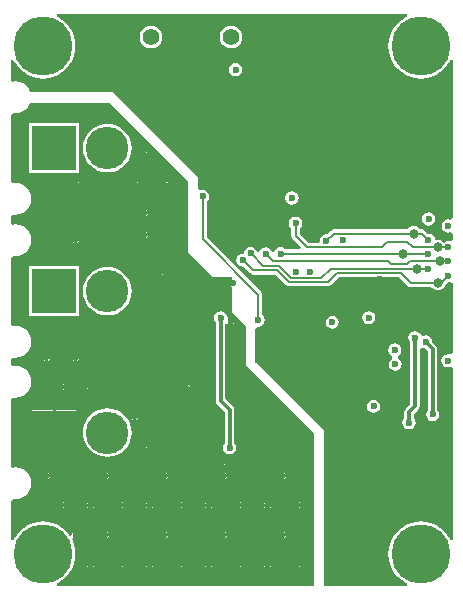
<source format=gbl>
G04 Layer_Physical_Order=4*
G04 Layer_Color=16711680*
%FSLAX24Y24*%
%MOIN*%
G70*
G01*
G75*
%ADD22C,0.0315*%
%ADD23C,0.0118*%
%ADD24C,0.0079*%
%ADD29C,0.1417*%
%ADD30R,0.1482X0.1482*%
%ADD31C,0.0551*%
%ADD32C,0.1968*%
%ADD33C,0.0236*%
G36*
X13321Y19092D02*
X13286Y19078D01*
X13141Y18989D01*
X13012Y18878D01*
X12901Y18749D01*
X12812Y18603D01*
X12747Y18446D01*
X12707Y18280D01*
X12694Y18110D01*
X12707Y17940D01*
X12747Y17775D01*
X12812Y17617D01*
X12901Y17472D01*
X13012Y17342D01*
X13141Y17232D01*
X13286Y17143D01*
X13444Y17077D01*
X13610Y17038D01*
X13780Y17024D01*
X13949Y17038D01*
X14115Y17077D01*
X14273Y17143D01*
X14418Y17232D01*
X14547Y17342D01*
X14658Y17472D01*
X14747Y17617D01*
X14761Y17652D01*
X14840Y17636D01*
Y12365D01*
X14761Y12319D01*
X14701Y12331D01*
X14617Y12314D01*
X14545Y12266D01*
X14497Y12194D01*
X14480Y12110D01*
X14497Y12025D01*
X14545Y11954D01*
X14617Y11906D01*
X14701Y11889D01*
X14761Y11901D01*
X14840Y11855D01*
Y11656D01*
X14761Y11610D01*
X14701Y11622D01*
X14617Y11605D01*
X14547Y11559D01*
X14528Y11584D01*
X14475Y11625D01*
X14412Y11651D01*
X14346Y11659D01*
X14279Y11651D01*
X14247Y11668D01*
X14236Y11722D01*
X14188Y11794D01*
X14116Y11841D01*
X14032Y11858D01*
X14013Y11855D01*
X13915Y11953D01*
X13869Y11984D01*
X13815Y11994D01*
X13758D01*
X13726Y12036D01*
X13672Y12077D01*
X13610Y12103D01*
X13543Y12112D01*
X13477Y12103D01*
X13414Y12077D01*
X13361Y12036D01*
X13329Y11994D01*
X10870D01*
X10816Y11984D01*
X10770Y11953D01*
X10648Y11831D01*
X10630Y11835D01*
X10545Y11818D01*
X10474Y11770D01*
X10426Y11699D01*
X10409Y11614D01*
X10412Y11599D01*
X10362Y11538D01*
X10039D01*
X9744Y11833D01*
Y12038D01*
X9759Y12049D01*
X9807Y12120D01*
X9824Y12205D01*
X9807Y12289D01*
X9759Y12361D01*
X9688Y12409D01*
X9603Y12426D01*
X9519Y12409D01*
X9447Y12361D01*
X9399Y12289D01*
X9383Y12205D01*
X9399Y12120D01*
X9447Y12049D01*
X9463Y12038D01*
Y11775D01*
X9474Y11721D01*
X9504Y11675D01*
X9776Y11403D01*
X9746Y11330D01*
X9270D01*
X9259Y11346D01*
X9188Y11394D01*
X9103Y11411D01*
X9019Y11394D01*
X8947Y11346D01*
X8899Y11274D01*
X8893Y11243D01*
X8813D01*
X8807Y11270D01*
X8759Y11342D01*
X8688Y11390D01*
X8603Y11406D01*
X8519Y11390D01*
X8447Y11342D01*
X8399Y11270D01*
X8395Y11246D01*
X8314D01*
X8307Y11281D01*
X8259Y11353D01*
X8188Y11401D01*
X8103Y11418D01*
X8019Y11401D01*
X7947Y11353D01*
X7899Y11281D01*
X7883Y11197D01*
X7859Y11193D01*
X7853Y11194D01*
X7769Y11177D01*
X7697Y11130D01*
X7649Y11058D01*
X7633Y10973D01*
X7649Y10889D01*
X7697Y10817D01*
X7769Y10769D01*
X7853Y10753D01*
X7872Y10756D01*
X8098Y10531D01*
X8143Y10500D01*
X8197Y10489D01*
X8941D01*
X9294Y10137D01*
X9339Y10106D01*
X9393Y10096D01*
X10669D01*
X10723Y10106D01*
X10769Y10137D01*
X11046Y10414D01*
X13048D01*
X13342Y10121D01*
X13388Y10090D01*
X13441Y10080D01*
X14131D01*
X14163Y10038D01*
X14217Y9997D01*
X14279Y9971D01*
X14346Y9962D01*
X14412Y9971D01*
X14475Y9997D01*
X14528Y10038D01*
X14569Y10091D01*
X14594Y10150D01*
X14683Y10239D01*
X14701Y10236D01*
X14761Y10248D01*
X14840Y10201D01*
Y7862D01*
X14784Y7832D01*
X14761Y7827D01*
X14685Y7842D01*
X14601Y7826D01*
X14529Y7778D01*
X14481Y7706D01*
X14464Y7622D01*
X14481Y7537D01*
X14529Y7466D01*
X14601Y7418D01*
X14685Y7401D01*
X14761Y7416D01*
X14784Y7412D01*
X14840Y7381D01*
Y1655D01*
X14761Y1640D01*
X14747Y1674D01*
X14658Y1819D01*
X14547Y1949D01*
X14418Y2060D01*
X14273Y2149D01*
X14115Y2214D01*
X13949Y2254D01*
X13780Y2267D01*
X13610Y2254D01*
X13444Y2214D01*
X13286Y2149D01*
X13141Y2060D01*
X13012Y1949D01*
X12901Y1819D01*
X12812Y1674D01*
X12747Y1517D01*
X12707Y1351D01*
X12694Y1181D01*
X12707Y1011D01*
X12747Y846D01*
X12812Y688D01*
X12901Y543D01*
X13012Y413D01*
X13141Y302D01*
X13286Y213D01*
X13321Y199D01*
X13305Y120D01*
X10551D01*
Y5315D01*
X8307Y7559D01*
X8268D01*
Y8692D01*
X8346Y8757D01*
X8353Y8756D01*
X8438Y8772D01*
X8509Y8820D01*
X8557Y8892D01*
X8574Y8976D01*
X8557Y9061D01*
X8509Y9132D01*
X8494Y9143D01*
Y9821D01*
X8483Y9875D01*
X8453Y9920D01*
X6643Y11729D01*
Y12937D01*
X6659Y12947D01*
X6707Y13019D01*
X6724Y13103D01*
X6707Y13188D01*
X6659Y13259D01*
X6587Y13307D01*
X6503Y13324D01*
X6418Y13307D01*
X6417Y13307D01*
X6339Y13349D01*
Y13740D01*
X3504Y16575D01*
X760D01*
X721Y16667D01*
X636Y16778D01*
X525Y16863D01*
X396Y16917D01*
X257Y16935D01*
X180Y16925D01*
X120Y16977D01*
Y17636D01*
X199Y17652D01*
X213Y17617D01*
X302Y17472D01*
X413Y17342D01*
X543Y17232D01*
X688Y17143D01*
X846Y17077D01*
X1011Y17038D01*
X1181Y17024D01*
X1351Y17038D01*
X1517Y17077D01*
X1674Y17143D01*
X1819Y17232D01*
X1949Y17342D01*
X2060Y17472D01*
X2149Y17617D01*
X2214Y17775D01*
X2254Y17940D01*
X2267Y18110D01*
X2254Y18280D01*
X2214Y18446D01*
X2149Y18603D01*
X2060Y18749D01*
X1949Y18878D01*
X1819Y18989D01*
X1674Y19078D01*
X1640Y19092D01*
X1655Y19171D01*
X13305D01*
X13321Y19092D01*
D02*
G37*
G36*
X6024Y13622D02*
Y11220D01*
X6850Y10394D01*
X7480D01*
Y10309D01*
X7474Y10308D01*
X7435Y10282D01*
X7411Y10247D01*
X7520D01*
Y10147D01*
X7411D01*
X7435Y10112D01*
X7474Y10086D01*
X7480Y10084D01*
Y9252D01*
X7953Y8779D01*
Y7480D01*
X10235Y5198D01*
Y120D01*
X1655D01*
X1640Y199D01*
X1674Y213D01*
X1819Y302D01*
X1949Y413D01*
X2060Y543D01*
X2149Y688D01*
X2214Y846D01*
X2254Y1011D01*
X2267Y1181D01*
X2254Y1351D01*
X2214Y1517D01*
X2149Y1674D01*
X2208Y1729D01*
X2227Y1716D01*
Y1824D01*
Y1933D01*
X2192Y1910D01*
X2166Y1870D01*
X2157Y1824D01*
X2160Y1806D01*
X2086Y1777D01*
X2060Y1819D01*
X1949Y1949D01*
X1819Y2060D01*
X1674Y2149D01*
X1517Y2214D01*
X1351Y2254D01*
X1181Y2267D01*
X1011Y2254D01*
X846Y2214D01*
X688Y2149D01*
X543Y2060D01*
X413Y1949D01*
X302Y1819D01*
X213Y1674D01*
X199Y1640D01*
X120Y1655D01*
Y2956D01*
X180Y3008D01*
X257Y2997D01*
X396Y3016D01*
X525Y3069D01*
X636Y3154D01*
X721Y3265D01*
X775Y3395D01*
X793Y3534D01*
X775Y3672D01*
X721Y3802D01*
X636Y3913D01*
X525Y3998D01*
X396Y4051D01*
X257Y4070D01*
X180Y4059D01*
X120Y4111D01*
Y6342D01*
X180Y6393D01*
X257Y6383D01*
X396Y6402D01*
X525Y6455D01*
X636Y6540D01*
X721Y6651D01*
X775Y6781D01*
X793Y6919D01*
X775Y7058D01*
X721Y7187D01*
X636Y7298D01*
X525Y7384D01*
X396Y7437D01*
X257Y7455D01*
X180Y7445D01*
X120Y7497D01*
Y7671D01*
X180Y7723D01*
X257Y7712D01*
X396Y7731D01*
X525Y7784D01*
X636Y7869D01*
X721Y7980D01*
X775Y8110D01*
X793Y8249D01*
X775Y8387D01*
X721Y8517D01*
X636Y8628D01*
X525Y8713D01*
X396Y8766D01*
X257Y8785D01*
X180Y8774D01*
X120Y8826D01*
Y11057D01*
X180Y11108D01*
X257Y11098D01*
X396Y11117D01*
X525Y11170D01*
X636Y11255D01*
X721Y11366D01*
X775Y11496D01*
X793Y11634D01*
X775Y11773D01*
X721Y11902D01*
X636Y12013D01*
X525Y12099D01*
X396Y12152D01*
X257Y12170D01*
X180Y12160D01*
X120Y12212D01*
Y12436D01*
X180Y12487D01*
X257Y12477D01*
X396Y12496D01*
X525Y12549D01*
X636Y12634D01*
X721Y12745D01*
X775Y12875D01*
X793Y13013D01*
X775Y13152D01*
X721Y13281D01*
X636Y13392D01*
X525Y13478D01*
X396Y13531D01*
X257Y13549D01*
X180Y13539D01*
X120Y13591D01*
Y15821D01*
X180Y15873D01*
X257Y15863D01*
X396Y15881D01*
X525Y15935D01*
X636Y16020D01*
X721Y16131D01*
X758Y16220D01*
X3425D01*
X6024Y13622D01*
D02*
G37*
%LPC*%
G36*
X12047Y9276D02*
X11963Y9259D01*
X11891Y9211D01*
X11843Y9140D01*
X11826Y9055D01*
X11843Y8971D01*
X11891Y8899D01*
X11963Y8851D01*
X12047Y8834D01*
X12132Y8851D01*
X12203Y8899D01*
X12251Y8971D01*
X12268Y9055D01*
X12251Y9140D01*
X12203Y9211D01*
X12132Y9259D01*
X12047Y9276D01*
D02*
G37*
G36*
X10827Y9118D02*
X10742Y9102D01*
X10671Y9054D01*
X10623Y8982D01*
X10606Y8898D01*
X10623Y8813D01*
X10671Y8742D01*
X10742Y8694D01*
X10827Y8677D01*
X10911Y8694D01*
X10983Y8742D01*
X11031Y8813D01*
X11048Y8898D01*
X11031Y8982D01*
X10983Y9054D01*
X10911Y9102D01*
X10827Y9118D01*
D02*
G37*
G36*
X14039Y12567D02*
X13954Y12550D01*
X13883Y12502D01*
X13835Y12431D01*
X13818Y12346D01*
X13835Y12262D01*
X13883Y12190D01*
X13954Y12142D01*
X14039Y12125D01*
X14123Y12142D01*
X14195Y12190D01*
X14243Y12262D01*
X14260Y12346D01*
X14243Y12431D01*
X14195Y12502D01*
X14123Y12550D01*
X14039Y12567D01*
D02*
G37*
G36*
X7603Y17544D02*
X7519Y17527D01*
X7447Y17479D01*
X7399Y17407D01*
X7383Y17323D01*
X7399Y17238D01*
X7447Y17167D01*
X7519Y17119D01*
X7603Y17102D01*
X7688Y17119D01*
X7759Y17167D01*
X7807Y17238D01*
X7824Y17323D01*
X7807Y17407D01*
X7759Y17479D01*
X7688Y17527D01*
X7603Y17544D01*
D02*
G37*
G36*
X4780Y18783D02*
X4683Y18770D01*
X4592Y18732D01*
X4514Y18672D01*
X4454Y18594D01*
X4416Y18503D01*
X4403Y18406D01*
X4416Y18308D01*
X4454Y18217D01*
X4514Y18139D01*
X4592Y18079D01*
X4683Y18041D01*
X4780Y18028D01*
X4878Y18041D01*
X4969Y18079D01*
X5047Y18139D01*
X5107Y18217D01*
X5145Y18308D01*
X5158Y18406D01*
X5145Y18503D01*
X5107Y18594D01*
X5047Y18672D01*
X4969Y18732D01*
X4878Y18770D01*
X4780Y18783D01*
D02*
G37*
G36*
X7457D02*
X7360Y18770D01*
X7269Y18732D01*
X7191Y18672D01*
X7131Y18594D01*
X7093Y18503D01*
X7080Y18406D01*
X7093Y18308D01*
X7131Y18217D01*
X7191Y18139D01*
X7269Y18079D01*
X7360Y18041D01*
X7457Y18028D01*
X7555Y18041D01*
X7646Y18079D01*
X7724Y18139D01*
X7784Y18217D01*
X7822Y18308D01*
X7835Y18406D01*
X7822Y18503D01*
X7784Y18594D01*
X7724Y18672D01*
X7646Y18732D01*
X7555Y18770D01*
X7457Y18783D01*
D02*
G37*
G36*
X9483Y13263D02*
X9399Y13246D01*
X9327Y13198D01*
X9279Y13127D01*
X9262Y13042D01*
X9279Y12958D01*
X9327Y12886D01*
X9399Y12838D01*
X9483Y12821D01*
X9568Y12838D01*
X9639Y12886D01*
X9687Y12958D01*
X9704Y13042D01*
X9687Y13127D01*
X9639Y13198D01*
X9568Y13246D01*
X9483Y13263D01*
D02*
G37*
G36*
X12913Y8197D02*
X12829Y8180D01*
X12757Y8132D01*
X12709Y8060D01*
X12693Y7976D01*
X12709Y7891D01*
X12757Y7820D01*
X12820Y7778D01*
X12822Y7772D01*
X12826Y7734D01*
X12823Y7693D01*
X12773Y7660D01*
X12726Y7588D01*
X12709Y7504D01*
X12726Y7419D01*
X12773Y7347D01*
X12845Y7300D01*
X12930Y7283D01*
X13014Y7300D01*
X13086Y7347D01*
X13133Y7419D01*
X13150Y7504D01*
X13133Y7588D01*
X13086Y7660D01*
X13023Y7701D01*
X13021Y7708D01*
X13017Y7745D01*
X13020Y7787D01*
X13069Y7820D01*
X13117Y7891D01*
X13134Y7976D01*
X13117Y8060D01*
X13069Y8132D01*
X12998Y8180D01*
X12913Y8197D01*
D02*
G37*
G36*
X13583Y8607D02*
X13498Y8590D01*
X13427Y8542D01*
X13379Y8470D01*
X13362Y8386D01*
X13379Y8301D01*
X13422Y8236D01*
Y6169D01*
X13272Y6019D01*
X13237Y5967D01*
X13225Y5906D01*
X13225Y5906D01*
Y5701D01*
X13182Y5636D01*
X13165Y5551D01*
X13182Y5467D01*
X13230Y5395D01*
X13301Y5347D01*
X13386Y5330D01*
X13470Y5347D01*
X13542Y5395D01*
X13590Y5467D01*
X13607Y5551D01*
X13590Y5636D01*
X13546Y5701D01*
Y5839D01*
X13696Y5989D01*
X13731Y6041D01*
X13743Y6102D01*
X13743Y6102D01*
Y8023D01*
X13822Y8065D01*
X13853Y8045D01*
X13929Y8029D01*
X14013Y7946D01*
Y5976D01*
X13969Y5911D01*
X13952Y5827D01*
X13969Y5742D01*
X14017Y5671D01*
X14089Y5623D01*
X14173Y5606D01*
X14258Y5623D01*
X14329Y5671D01*
X14377Y5742D01*
X14394Y5827D01*
X14377Y5911D01*
X14334Y5976D01*
Y8012D01*
X14334Y8012D01*
X14322Y8074D01*
X14287Y8126D01*
X14156Y8256D01*
X14141Y8333D01*
X14093Y8405D01*
X14022Y8453D01*
X13937Y8469D01*
X13870Y8456D01*
X13787Y8470D01*
X13739Y8542D01*
X13667Y8590D01*
X13583Y8607D01*
D02*
G37*
G36*
X12205Y6323D02*
X12120Y6306D01*
X12049Y6258D01*
X12001Y6187D01*
X11984Y6102D01*
X12001Y6018D01*
X12049Y5946D01*
X12120Y5898D01*
X12205Y5882D01*
X12289Y5898D01*
X12361Y5946D01*
X12409Y6018D01*
X12426Y6102D01*
X12409Y6187D01*
X12361Y6258D01*
X12289Y6306D01*
X12205Y6323D01*
D02*
G37*
G36*
X4846Y2759D02*
X4788D01*
Y2700D01*
X4823Y2723D01*
X4846Y2759D01*
D02*
G37*
G36*
X5672D02*
X5613D01*
X5637Y2723D01*
X5672Y2700D01*
Y2759D01*
D02*
G37*
G36*
X5831D02*
X5772D01*
Y2700D01*
X5807Y2723D01*
X5831Y2759D01*
D02*
G37*
G36*
X4688D02*
X4629D01*
X4653Y2723D01*
X4688Y2700D01*
Y2759D01*
D02*
G37*
G36*
X3862D02*
X3804D01*
Y2700D01*
X3839Y2723D01*
X3862Y2759D01*
D02*
G37*
G36*
X3704D02*
X3645D01*
X3668Y2723D01*
X3704Y2700D01*
Y2759D01*
D02*
G37*
G36*
X6656D02*
X6598D01*
X6621Y2723D01*
X6656Y2700D01*
Y2759D01*
D02*
G37*
G36*
X8625D02*
X8566D01*
X8590Y2723D01*
X8625Y2700D01*
Y2759D01*
D02*
G37*
G36*
X8783D02*
X8725D01*
Y2700D01*
X8760Y2723D01*
X8783Y2759D01*
D02*
G37*
G36*
X9609D02*
X9550D01*
X9574Y2723D01*
X9609Y2700D01*
Y2759D01*
D02*
G37*
G36*
X6815D02*
X6756D01*
Y2700D01*
X6791Y2723D01*
X6815Y2759D01*
D02*
G37*
G36*
X7641D02*
X7582D01*
X7605Y2723D01*
X7641Y2700D01*
Y2759D01*
D02*
G37*
G36*
X7799D02*
X7741D01*
Y2700D01*
X7776Y2723D01*
X7799Y2759D01*
D02*
G37*
G36*
X7148Y1933D02*
X7113Y1910D01*
X7090Y1874D01*
X7148D01*
Y1933D01*
D02*
G37*
G36*
X7248D02*
Y1874D01*
X7307D01*
X7284Y1910D01*
X7248Y1933D01*
D02*
G37*
G36*
X8133D02*
X8098Y1910D01*
X8074Y1874D01*
X8133D01*
Y1933D01*
D02*
G37*
G36*
X5280D02*
Y1874D01*
X5339D01*
X5315Y1910D01*
X5280Y1933D01*
D02*
G37*
G36*
X6164D02*
X6129Y1910D01*
X6106Y1874D01*
X6164D01*
Y1933D01*
D02*
G37*
G36*
X6264D02*
Y1874D01*
X6323D01*
X6299Y1910D01*
X6264Y1933D01*
D02*
G37*
G36*
X8233D02*
Y1874D01*
X8291D01*
X8268Y1910D01*
X8233Y1933D01*
D02*
G37*
G36*
X1894Y2759D02*
X1835D01*
Y2700D01*
X1870Y2723D01*
X1894Y2759D01*
D02*
G37*
G36*
X2719D02*
X2661D01*
X2684Y2723D01*
X2719Y2700D01*
Y2759D01*
D02*
G37*
G36*
X2878D02*
X2819D01*
Y2700D01*
X2854Y2723D01*
X2878Y2759D01*
D02*
G37*
G36*
X9117Y1933D02*
X9082Y1910D01*
X9058Y1874D01*
X9117D01*
Y1933D01*
D02*
G37*
G36*
X9217D02*
Y1874D01*
X9276D01*
X9252Y1910D01*
X9217Y1933D01*
D02*
G37*
G36*
X1735Y2759D02*
X1676D01*
X1700Y2723D01*
X1735Y2700D01*
Y2759D01*
D02*
G37*
G36*
X9768D02*
X9709D01*
Y2700D01*
X9744Y2723D01*
X9768Y2759D01*
D02*
G37*
G36*
X9609Y2917D02*
X9574Y2894D01*
X9550Y2859D01*
X9609D01*
Y2917D01*
D02*
G37*
G36*
X9709D02*
Y2859D01*
X9768D01*
X9744Y2894D01*
X9709Y2917D01*
D02*
G37*
G36*
X1243Y3743D02*
X1184D01*
X1208Y3708D01*
X1243Y3684D01*
Y3743D01*
D02*
G37*
G36*
X7741Y2917D02*
Y2859D01*
X7799D01*
X7776Y2894D01*
X7741Y2917D01*
D02*
G37*
G36*
X8625D02*
X8590Y2894D01*
X8566Y2859D01*
X8625D01*
Y2917D01*
D02*
G37*
G36*
X8725D02*
Y2859D01*
X8783D01*
X8760Y2894D01*
X8725Y2917D01*
D02*
G37*
G36*
X1402Y3743D02*
X1343D01*
Y3684D01*
X1378Y3708D01*
X1402Y3743D01*
D02*
G37*
G36*
X3370D02*
X3311D01*
Y3684D01*
X3347Y3708D01*
X3370Y3743D01*
D02*
G37*
G36*
X4196D02*
X4137D01*
X4161Y3708D01*
X4196Y3684D01*
Y3743D01*
D02*
G37*
G36*
X4354D02*
X4296D01*
Y3684D01*
X4331Y3708D01*
X4354Y3743D01*
D02*
G37*
G36*
X2227D02*
X2169D01*
X2192Y3708D01*
X2227Y3684D01*
Y3743D01*
D02*
G37*
G36*
X2386D02*
X2327D01*
Y3684D01*
X2362Y3708D01*
X2386Y3743D01*
D02*
G37*
G36*
X3211D02*
X3153D01*
X3176Y3708D01*
X3211Y3684D01*
Y3743D01*
D02*
G37*
G36*
X2819Y2917D02*
Y2859D01*
X2878D01*
X2854Y2894D01*
X2819Y2917D01*
D02*
G37*
G36*
X3704D02*
X3668Y2894D01*
X3645Y2859D01*
X3704D01*
Y2917D01*
D02*
G37*
G36*
X3804D02*
Y2859D01*
X3862D01*
X3839Y2894D01*
X3804Y2917D01*
D02*
G37*
G36*
X1735D02*
X1700Y2894D01*
X1676Y2859D01*
X1735D01*
Y2917D01*
D02*
G37*
G36*
X1835D02*
Y2859D01*
X1894D01*
X1870Y2894D01*
X1835Y2917D01*
D02*
G37*
G36*
X2719D02*
X2684Y2894D01*
X2661Y2859D01*
X2719D01*
Y2917D01*
D02*
G37*
G36*
X4688D02*
X4653Y2894D01*
X4629Y2859D01*
X4688D01*
Y2917D01*
D02*
G37*
G36*
X6656D02*
X6621Y2894D01*
X6598Y2859D01*
X6656D01*
Y2917D01*
D02*
G37*
G36*
X6756D02*
Y2859D01*
X6815D01*
X6791Y2894D01*
X6756Y2917D01*
D02*
G37*
G36*
X7641D02*
X7605Y2894D01*
X7582Y2859D01*
X7641D01*
Y2917D01*
D02*
G37*
G36*
X4788D02*
Y2859D01*
X4846D01*
X4823Y2894D01*
X4788Y2917D01*
D02*
G37*
G36*
X5672D02*
X5637Y2894D01*
X5613Y2859D01*
X5672D01*
Y2917D01*
D02*
G37*
G36*
X5772D02*
Y2859D01*
X5831D01*
X5807Y2894D01*
X5772Y2917D01*
D02*
G37*
G36*
X2719Y949D02*
X2684Y925D01*
X2661Y890D01*
X2719D01*
Y949D01*
D02*
G37*
G36*
X2819D02*
Y890D01*
X2878D01*
X2854Y925D01*
X2819Y949D01*
D02*
G37*
G36*
X3704D02*
X3668Y925D01*
X3645Y890D01*
X3704D01*
Y949D01*
D02*
G37*
G36*
X8783Y790D02*
X8725D01*
Y731D01*
X8760Y755D01*
X8783Y790D01*
D02*
G37*
G36*
X9609D02*
X9550D01*
X9574Y755D01*
X9609Y731D01*
Y790D01*
D02*
G37*
G36*
X9768D02*
X9709D01*
Y731D01*
X9744Y755D01*
X9768Y790D01*
D02*
G37*
G36*
X3804Y949D02*
Y890D01*
X3862D01*
X3839Y925D01*
X3804Y949D01*
D02*
G37*
G36*
X5772D02*
Y890D01*
X5831D01*
X5807Y925D01*
X5772Y949D01*
D02*
G37*
G36*
X6656D02*
X6621Y925D01*
X6598Y890D01*
X6656D01*
Y949D01*
D02*
G37*
G36*
X6756D02*
Y890D01*
X6815D01*
X6791Y925D01*
X6756Y949D01*
D02*
G37*
G36*
X4688D02*
X4653Y925D01*
X4629Y890D01*
X4688D01*
Y949D01*
D02*
G37*
G36*
X4788D02*
Y890D01*
X4846D01*
X4823Y925D01*
X4788Y949D01*
D02*
G37*
G36*
X5672D02*
X5637Y925D01*
X5613Y890D01*
X5672D01*
Y949D01*
D02*
G37*
G36*
X3862Y790D02*
X3804D01*
Y731D01*
X3839Y755D01*
X3862Y790D01*
D02*
G37*
G36*
X4688D02*
X4629D01*
X4653Y755D01*
X4688Y731D01*
Y790D01*
D02*
G37*
G36*
X4846D02*
X4788D01*
Y731D01*
X4823Y755D01*
X4846Y790D01*
D02*
G37*
G36*
X2719D02*
X2661D01*
X2684Y755D01*
X2719Y731D01*
Y790D01*
D02*
G37*
G36*
X2878D02*
X2819D01*
Y731D01*
X2854Y755D01*
X2878Y790D01*
D02*
G37*
G36*
X3704D02*
X3645D01*
X3668Y755D01*
X3704Y731D01*
Y790D01*
D02*
G37*
G36*
X5672D02*
X5613D01*
X5637Y755D01*
X5672Y731D01*
Y790D01*
D02*
G37*
G36*
X7641D02*
X7582D01*
X7605Y755D01*
X7641Y731D01*
Y790D01*
D02*
G37*
G36*
X7799D02*
X7741D01*
Y731D01*
X7776Y755D01*
X7799Y790D01*
D02*
G37*
G36*
X8625D02*
X8566D01*
X8590Y755D01*
X8625Y731D01*
Y790D01*
D02*
G37*
G36*
X5831D02*
X5772D01*
Y731D01*
X5807Y755D01*
X5831Y790D01*
D02*
G37*
G36*
X6656D02*
X6598D01*
X6621Y755D01*
X6656Y731D01*
Y790D01*
D02*
G37*
G36*
X6815D02*
X6756D01*
Y731D01*
X6791Y755D01*
X6815Y790D01*
D02*
G37*
G36*
X7641Y949D02*
X7605Y925D01*
X7582Y890D01*
X7641D01*
Y949D01*
D02*
G37*
G36*
X8133Y1774D02*
X8074D01*
X8098Y1739D01*
X8133Y1716D01*
Y1774D01*
D02*
G37*
G36*
X8291D02*
X8233D01*
Y1716D01*
X8268Y1739D01*
X8291Y1774D01*
D02*
G37*
G36*
X9117D02*
X9058D01*
X9082Y1739D01*
X9117Y1716D01*
Y1774D01*
D02*
G37*
G36*
X6323D02*
X6264D01*
Y1716D01*
X6299Y1739D01*
X6323Y1774D01*
D02*
G37*
G36*
X7148D02*
X7090D01*
X7113Y1739D01*
X7148Y1716D01*
Y1774D01*
D02*
G37*
G36*
X7307D02*
X7248D01*
Y1716D01*
X7284Y1739D01*
X7307Y1774D01*
D02*
G37*
G36*
X9276D02*
X9217D01*
Y1716D01*
X9252Y1739D01*
X9276Y1774D01*
D02*
G37*
G36*
X4196Y1933D02*
X4161Y1910D01*
X4137Y1874D01*
X4196D01*
Y1933D01*
D02*
G37*
G36*
X4296D02*
Y1874D01*
X4354D01*
X4331Y1910D01*
X4296Y1933D01*
D02*
G37*
G36*
X5180D02*
X5145Y1910D01*
X5121Y1874D01*
X5180D01*
Y1933D01*
D02*
G37*
G36*
X2327D02*
Y1874D01*
X2386D01*
X2362Y1910D01*
X2327Y1933D01*
D02*
G37*
G36*
X3211D02*
X3176Y1910D01*
X3153Y1874D01*
X3211D01*
Y1933D01*
D02*
G37*
G36*
X3311D02*
Y1874D01*
X3370D01*
X3347Y1910D01*
X3311Y1933D01*
D02*
G37*
G36*
X9609Y949D02*
X9574Y925D01*
X9550Y890D01*
X9609D01*
Y949D01*
D02*
G37*
G36*
X9709D02*
Y890D01*
X9768D01*
X9744Y925D01*
X9709Y949D01*
D02*
G37*
G36*
X2386Y1774D02*
X2327D01*
Y1716D01*
X2362Y1739D01*
X2386Y1774D01*
D02*
G37*
G36*
X7741Y949D02*
Y890D01*
X7799D01*
X7776Y925D01*
X7741Y949D01*
D02*
G37*
G36*
X8625D02*
X8590Y925D01*
X8566Y890D01*
X8625D01*
Y949D01*
D02*
G37*
G36*
X8725D02*
Y890D01*
X8783D01*
X8760Y925D01*
X8725Y949D01*
D02*
G37*
G36*
X3211Y1774D02*
X3153D01*
X3176Y1739D01*
X3211Y1716D01*
Y1774D01*
D02*
G37*
G36*
X5180D02*
X5121D01*
X5145Y1739D01*
X5180Y1716D01*
Y1774D01*
D02*
G37*
G36*
X5339D02*
X5280D01*
Y1716D01*
X5315Y1739D01*
X5339Y1774D01*
D02*
G37*
G36*
X6164D02*
X6106D01*
X6129Y1739D01*
X6164Y1716D01*
Y1774D01*
D02*
G37*
G36*
X3370D02*
X3311D01*
Y1716D01*
X3347Y1739D01*
X3370Y1774D01*
D02*
G37*
G36*
X4196D02*
X4137D01*
X4161Y1739D01*
X4196Y1716D01*
Y1774D01*
D02*
G37*
G36*
X4354D02*
X4296D01*
Y1716D01*
X4331Y1739D01*
X4354Y1774D01*
D02*
G37*
G36*
X5226Y10660D02*
X5190Y10636D01*
X5167Y10601D01*
X5226D01*
Y10660D01*
D02*
G37*
G36*
X5326D02*
Y10601D01*
X5384D01*
X5361Y10636D01*
X5326Y10660D01*
D02*
G37*
G36*
X2227Y11617D02*
X2169D01*
X2192Y11582D01*
X2227Y11558D01*
Y11617D01*
D02*
G37*
G36*
X3328Y10752D02*
X3170Y10737D01*
X3018Y10691D01*
X2877Y10616D01*
X2754Y10515D01*
X2654Y10392D01*
X2579Y10252D01*
X2533Y10100D01*
X2517Y9941D01*
X2533Y9783D01*
X2579Y9631D01*
X2654Y9491D01*
X2754Y9368D01*
X2877Y9267D01*
X3018Y9192D01*
X3170Y9146D01*
X3328Y9130D01*
X3486Y9146D01*
X3638Y9192D01*
X3779Y9267D01*
X3901Y9368D01*
X4002Y9491D01*
X4077Y9631D01*
X4123Y9783D01*
X4139Y9941D01*
X4123Y10100D01*
X4077Y10252D01*
X4002Y10392D01*
X3901Y10515D01*
X3779Y10616D01*
X3638Y10691D01*
X3486Y10737D01*
X3328Y10752D01*
D02*
G37*
G36*
X5226Y10501D02*
X5167D01*
X5190Y10466D01*
X5226Y10443D01*
Y10501D01*
D02*
G37*
G36*
X5384D02*
X5326D01*
Y10443D01*
X5361Y10466D01*
X5384Y10501D01*
D02*
G37*
G36*
X2386Y11617D02*
X2327D01*
Y11558D01*
X2362Y11582D01*
X2386Y11617D01*
D02*
G37*
G36*
X2327Y11776D02*
Y11717D01*
X2386D01*
X2362Y11752D01*
X2327Y11776D01*
D02*
G37*
G36*
X4513Y11927D02*
X4478Y11904D01*
X4454Y11869D01*
X4513D01*
Y11927D01*
D02*
G37*
G36*
X4613D02*
Y11869D01*
X4672D01*
X4648Y11904D01*
X4613Y11927D01*
D02*
G37*
G36*
X4513Y11769D02*
X4454D01*
X4478Y11734D01*
X4513Y11710D01*
Y11769D01*
D02*
G37*
G36*
X4672D02*
X4613D01*
Y11710D01*
X4648Y11734D01*
X4672Y11769D01*
D02*
G37*
G36*
X2227Y11776D02*
X2192Y11752D01*
X2169Y11717D01*
X2227D01*
Y11776D01*
D02*
G37*
G36*
X1243Y7839D02*
X1208Y7815D01*
X1184Y7780D01*
X1243D01*
Y7839D01*
D02*
G37*
G36*
X1343D02*
Y7780D01*
X1402D01*
X1378Y7815D01*
X1343Y7839D01*
D02*
G37*
G36*
X2227D02*
X2192Y7815D01*
X2169Y7780D01*
X2227D01*
Y7839D01*
D02*
G37*
G36*
X1402Y7680D02*
X1343D01*
Y7621D01*
X1378Y7645D01*
X1402Y7680D01*
D02*
G37*
G36*
X2227D02*
X2169D01*
X2192Y7645D01*
X2227Y7621D01*
Y7680D01*
D02*
G37*
G36*
X2386D02*
X2327D01*
Y7621D01*
X2362Y7645D01*
X2386Y7680D01*
D02*
G37*
G36*
X2327Y7839D02*
Y7780D01*
X2386D01*
X2362Y7815D01*
X2327Y7839D01*
D02*
G37*
G36*
X7491Y9046D02*
Y8987D01*
X7550D01*
X7526Y9022D01*
X7491Y9046D01*
D02*
G37*
G36*
X2396Y10781D02*
X717D01*
Y9102D01*
X2396D01*
Y10781D01*
D02*
G37*
G36*
X7103Y9276D02*
X7019Y9259D01*
X6947Y9211D01*
X6899Y9140D01*
X6883Y9055D01*
X6899Y8971D01*
X6943Y8906D01*
Y6282D01*
X6943Y6282D01*
X6955Y6221D01*
X6990Y6169D01*
X7241Y5918D01*
Y4874D01*
X7198Y4809D01*
X7181Y4724D01*
X7198Y4640D01*
X7245Y4568D01*
X7317Y4520D01*
X7402Y4504D01*
X7486Y4520D01*
X7558Y4568D01*
X7606Y4640D01*
X7622Y4724D01*
X7606Y4809D01*
X7562Y4874D01*
Y5984D01*
X7550Y6046D01*
X7515Y6098D01*
X7515Y6098D01*
X7264Y6349D01*
Y8849D01*
X7343Y8872D01*
X7356Y8852D01*
X7391Y8828D01*
Y8937D01*
Y9050D01*
X7317Y9091D01*
X7307Y9140D01*
X7259Y9211D01*
X7188Y9259D01*
X7103Y9276D01*
D02*
G37*
G36*
X7550Y8887D02*
X7491D01*
Y8828D01*
X7526Y8852D01*
X7550Y8887D01*
D02*
G37*
G36*
X5280Y13744D02*
Y13685D01*
X5339D01*
X5315Y13721D01*
X5280Y13744D01*
D02*
G37*
G36*
X2396Y15546D02*
X717D01*
Y13867D01*
X2396D01*
Y15546D01*
D02*
G37*
G36*
X3328Y15517D02*
X3170Y15502D01*
X3018Y15456D01*
X2877Y15381D01*
X2754Y15280D01*
X2654Y15157D01*
X2579Y15017D01*
X2533Y14865D01*
X2517Y14706D01*
X2533Y14548D01*
X2579Y14396D01*
X2654Y14256D01*
X2754Y14133D01*
X2877Y14032D01*
X3018Y13957D01*
X3170Y13911D01*
X3328Y13895D01*
X3486Y13911D01*
X3638Y13957D01*
X3779Y14032D01*
X3901Y14133D01*
X4002Y14256D01*
X4077Y14396D01*
X4123Y14548D01*
X4139Y14706D01*
X4123Y14865D01*
X4077Y15017D01*
X4002Y15157D01*
X3901Y15280D01*
X3779Y15381D01*
X3638Y15456D01*
X3486Y15502D01*
X3328Y15517D01*
D02*
G37*
G36*
X4196Y13744D02*
X4161Y13721D01*
X4137Y13685D01*
X4196D01*
Y13744D01*
D02*
G37*
G36*
X4296D02*
Y13685D01*
X4354D01*
X4331Y13721D01*
X4296Y13744D01*
D02*
G37*
G36*
X5180D02*
X5145Y13721D01*
X5121Y13685D01*
X5180D01*
Y13744D01*
D02*
G37*
G36*
X4688Y14570D02*
X4629D01*
X4653Y14534D01*
X4688Y14511D01*
Y14570D01*
D02*
G37*
G36*
X4846D02*
X4788D01*
Y14511D01*
X4823Y14534D01*
X4846Y14570D01*
D02*
G37*
G36*
X4688Y14728D02*
X4653Y14705D01*
X4629Y14670D01*
X4688D01*
Y14728D01*
D02*
G37*
G36*
X4788D02*
Y14670D01*
X4846D01*
X4823Y14705D01*
X4788Y14728D01*
D02*
G37*
G36*
X4617Y12665D02*
Y12606D01*
X4676D01*
X4652Y12641D01*
X4617Y12665D01*
D02*
G37*
G36*
X2227Y13585D02*
X2169D01*
X2192Y13550D01*
X2227Y13527D01*
Y13585D01*
D02*
G37*
G36*
X4517Y12506D02*
X4458D01*
X4482Y12471D01*
X4517Y12448D01*
Y12506D01*
D02*
G37*
G36*
X4676D02*
X4617D01*
Y12448D01*
X4652Y12471D01*
X4676Y12506D01*
D02*
G37*
G36*
X4517Y12665D02*
X4482Y12641D01*
X4458Y12606D01*
X4517D01*
Y12665D01*
D02*
G37*
G36*
X2386Y13585D02*
X2327D01*
Y13527D01*
X2362Y13550D01*
X2386Y13585D01*
D02*
G37*
G36*
X5339D02*
X5280D01*
Y13527D01*
X5315Y13550D01*
X5339Y13585D01*
D02*
G37*
G36*
X2227Y13744D02*
X2192Y13721D01*
X2169Y13685D01*
X2227D01*
Y13744D01*
D02*
G37*
G36*
X2327D02*
Y13685D01*
X2386D01*
X2362Y13721D01*
X2327Y13744D01*
D02*
G37*
G36*
X4196Y13585D02*
X4137D01*
X4161Y13550D01*
X4196Y13527D01*
Y13585D01*
D02*
G37*
G36*
X4354D02*
X4296D01*
Y13527D01*
X4331Y13550D01*
X4354Y13585D01*
D02*
G37*
G36*
X5180D02*
X5121D01*
X5145Y13550D01*
X5180Y13527D01*
Y13585D01*
D02*
G37*
G36*
X7148Y3902D02*
X7113Y3878D01*
X7090Y3843D01*
X7148D01*
Y3902D01*
D02*
G37*
G36*
X7248D02*
Y3843D01*
X7307D01*
X7284Y3878D01*
X7248Y3902D01*
D02*
G37*
G36*
X9117D02*
X9082Y3878D01*
X9058Y3843D01*
X9117D01*
Y3902D01*
D02*
G37*
G36*
X4296D02*
Y3843D01*
X4354D01*
X4331Y3878D01*
X4296Y3902D01*
D02*
G37*
G36*
X5180D02*
X5145Y3878D01*
X5121Y3843D01*
X5180D01*
Y3902D01*
D02*
G37*
G36*
X5280D02*
Y3843D01*
X5339D01*
X5315Y3878D01*
X5280Y3902D01*
D02*
G37*
G36*
X9217D02*
Y3843D01*
X9276D01*
X9252Y3878D01*
X9217Y3902D01*
D02*
G37*
G36*
X7389Y4319D02*
Y4261D01*
X7448D01*
X7425Y4296D01*
X7389Y4319D01*
D02*
G37*
G36*
X3328Y6037D02*
X3170Y6022D01*
X3018Y5976D01*
X2877Y5901D01*
X2754Y5800D01*
X2654Y5677D01*
X2579Y5537D01*
X2533Y5385D01*
X2517Y5226D01*
X2533Y5068D01*
X2579Y4916D01*
X2654Y4776D01*
X2754Y4653D01*
X2877Y4552D01*
X3018Y4477D01*
X3170Y4431D01*
X3328Y4415D01*
X3486Y4431D01*
X3638Y4477D01*
X3779Y4552D01*
X3901Y4653D01*
X4002Y4776D01*
X4077Y4916D01*
X4123Y5068D01*
X4139Y5226D01*
X4123Y5385D01*
X4077Y5537D01*
X4002Y5677D01*
X3901Y5800D01*
X3779Y5901D01*
X3638Y5976D01*
X3486Y6022D01*
X3328Y6037D01*
D02*
G37*
G36*
X1506Y5176D02*
X815D01*
Y4485D01*
X1506D01*
Y5176D01*
D02*
G37*
G36*
X7289Y4161D02*
X7231D01*
X7254Y4125D01*
X7289Y4102D01*
Y4161D01*
D02*
G37*
G36*
X7448D02*
X7389D01*
Y4102D01*
X7425Y4125D01*
X7448Y4161D01*
D02*
G37*
G36*
X7289Y4319D02*
X7254Y4296D01*
X7231Y4261D01*
X7289D01*
Y4319D01*
D02*
G37*
G36*
X7307Y3743D02*
X7248D01*
Y3684D01*
X7284Y3708D01*
X7307Y3743D01*
D02*
G37*
G36*
X9117D02*
X9058D01*
X9082Y3708D01*
X9117Y3684D01*
Y3743D01*
D02*
G37*
G36*
X9276D02*
X9217D01*
Y3684D01*
X9252Y3708D01*
X9276Y3743D01*
D02*
G37*
G36*
X5180D02*
X5121D01*
X5145Y3708D01*
X5180Y3684D01*
Y3743D01*
D02*
G37*
G36*
X5339D02*
X5280D01*
Y3684D01*
X5315Y3708D01*
X5339Y3743D01*
D02*
G37*
G36*
X7148D02*
X7090D01*
X7113Y3708D01*
X7148Y3684D01*
Y3743D01*
D02*
G37*
G36*
X1243Y3902D02*
X1208Y3878D01*
X1184Y3843D01*
X1243D01*
Y3902D01*
D02*
G37*
G36*
X3211D02*
X3176Y3878D01*
X3153Y3843D01*
X3211D01*
Y3902D01*
D02*
G37*
G36*
X3311D02*
Y3843D01*
X3370D01*
X3347Y3878D01*
X3311Y3902D01*
D02*
G37*
G36*
X4196D02*
X4161Y3878D01*
X4137Y3843D01*
X4196D01*
Y3902D01*
D02*
G37*
G36*
X1343D02*
Y3843D01*
X1402D01*
X1378Y3878D01*
X1343Y3902D01*
D02*
G37*
G36*
X2227D02*
X2192Y3878D01*
X2169Y3843D01*
X2227D01*
Y3902D01*
D02*
G37*
G36*
X2327D02*
Y3843D01*
X2386D01*
X2362Y3878D01*
X2327Y3902D01*
D02*
G37*
G36*
X2297Y5176D02*
X1606D01*
Y4485D01*
X2297D01*
Y5176D01*
D02*
G37*
G36*
X2719Y6696D02*
X2661D01*
X2684Y6660D01*
X2719Y6637D01*
Y6696D01*
D02*
G37*
G36*
X2878D02*
X2819D01*
Y6637D01*
X2854Y6660D01*
X2878Y6696D01*
D02*
G37*
G36*
X5934Y6802D02*
X5899Y6778D01*
X5876Y6743D01*
X5934D01*
Y6802D01*
D02*
G37*
G36*
X6093Y6643D02*
X6034D01*
Y6584D01*
X6069Y6608D01*
X6093Y6643D01*
D02*
G37*
G36*
X1735Y6696D02*
X1676D01*
X1700Y6660D01*
X1735Y6637D01*
Y6696D01*
D02*
G37*
G36*
X1894D02*
X1835D01*
Y6637D01*
X1870Y6660D01*
X1894Y6696D01*
D02*
G37*
G36*
X6034Y6802D02*
Y6743D01*
X6093D01*
X6069Y6778D01*
X6034Y6802D01*
D02*
G37*
G36*
X2819Y6854D02*
Y6796D01*
X2878D01*
X2854Y6831D01*
X2819Y6854D01*
D02*
G37*
G36*
X1243Y7680D02*
X1184D01*
X1208Y7645D01*
X1243Y7621D01*
Y7680D01*
D02*
G37*
G36*
X1735Y6854D02*
X1700Y6831D01*
X1676Y6796D01*
X1735D01*
Y6854D01*
D02*
G37*
G36*
X1835D02*
Y6796D01*
X1894D01*
X1870Y6831D01*
X1835Y6854D01*
D02*
G37*
G36*
X2719D02*
X2684Y6831D01*
X2661Y6796D01*
X2719D01*
Y6854D01*
D02*
G37*
G36*
X4788Y4886D02*
Y4827D01*
X4846D01*
X4823Y4862D01*
X4788Y4886D01*
D02*
G37*
G36*
X1506Y5968D02*
X815D01*
Y5276D01*
X1506D01*
Y5968D01*
D02*
G37*
G36*
X2297D02*
X1606D01*
Y5276D01*
X2297D01*
Y5968D01*
D02*
G37*
G36*
X4688Y4727D02*
X4629D01*
X4653Y4692D01*
X4688Y4668D01*
Y4727D01*
D02*
G37*
G36*
X4846D02*
X4788D01*
Y4668D01*
X4823Y4692D01*
X4846Y4727D01*
D02*
G37*
G36*
X4688Y4886D02*
X4653Y4862D01*
X4629Y4827D01*
X4688D01*
Y4886D01*
D02*
G37*
G36*
X4296Y5870D02*
Y5811D01*
X4354D01*
X4331Y5847D01*
X4296Y5870D01*
D02*
G37*
G36*
X5934Y6643D02*
X5876D01*
X5899Y6608D01*
X5934Y6584D01*
Y6643D01*
D02*
G37*
G36*
X4196Y5711D02*
X4137D01*
X4161Y5676D01*
X4196Y5653D01*
Y5711D01*
D02*
G37*
G36*
X4354D02*
X4296D01*
Y5653D01*
X4331Y5676D01*
X4354Y5711D01*
D02*
G37*
G36*
X4196Y5870D02*
X4161Y5847D01*
X4137Y5811D01*
X4196D01*
Y5870D01*
D02*
G37*
%LPD*%
D22*
X14346Y10220D02*
D03*
X13661Y10693D02*
D03*
X14409Y10948D02*
D03*
X13189Y11190D02*
D03*
X14346Y11401D02*
D03*
X13543Y11854D02*
D03*
D23*
X7103Y6282D02*
Y9055D01*
Y6282D02*
X7402Y5984D01*
Y4724D02*
Y5984D01*
X14173Y5827D02*
Y8012D01*
X13937Y8249D02*
X14173Y8012D01*
X13583Y6102D02*
Y8386D01*
X13386Y5906D02*
X13583Y6102D01*
X13386Y5551D02*
Y5906D01*
D24*
X9103Y11190D02*
X13558D01*
X13583Y11165D01*
X14032D01*
X8603Y11186D02*
X8841Y10948D01*
X14682D02*
X14701Y10929D01*
X10771Y10693D02*
X14032D01*
X10453Y10374D02*
X10771Y10693D01*
X10669Y10236D02*
X10988Y10555D01*
X11670Y11398D02*
X11673Y11401D01*
X9603Y11775D02*
X9980Y11398D01*
X9603Y11775D02*
Y12205D01*
X9393Y10236D02*
X10669D01*
X8999Y10630D02*
X9393Y10236D01*
X8197Y10630D02*
X8999D01*
X7853Y10973D02*
X8197Y10630D01*
X8103Y11197D02*
X8532Y10768D01*
X9056D01*
X9450Y10374D01*
X10453D01*
X10870Y11854D02*
X13815D01*
X9980Y11398D02*
X11670D01*
X10630Y11614D02*
X10870Y11854D01*
X14465Y10220D02*
X14701Y10456D01*
X10988Y10555D02*
X13107D01*
X13441Y10220D01*
X14465D01*
X13815Y11854D02*
X14032Y11637D01*
X12480Y11401D02*
X12654Y11575D01*
X13330D01*
X13504Y11401D01*
X11673D02*
X12480D01*
X13504D02*
X14346D01*
X14701D01*
X8841Y10948D02*
X12674D01*
X12792Y10830D01*
X13307D01*
X13425Y10948D01*
X14409D01*
X14682D01*
X6503Y11671D02*
Y13103D01*
Y11671D02*
X8353Y9821D01*
Y8976D02*
Y9821D01*
D29*
X3328Y5226D02*
D03*
Y9941D02*
D03*
Y14706D02*
D03*
D30*
X1556Y5226D02*
D03*
Y9941D02*
D03*
Y14706D02*
D03*
D31*
X7457Y18406D02*
D03*
X4780D02*
D03*
D32*
X1181Y18110D02*
D03*
X13780D02*
D03*
Y1181D02*
D03*
X1181D02*
D03*
D33*
X14685Y7622D02*
D03*
X12913Y7976D02*
D03*
X12930Y7504D02*
D03*
X14701Y10456D02*
D03*
X14032Y10693D02*
D03*
X14032Y11165D02*
D03*
X14701Y10929D02*
D03*
X14032Y11637D02*
D03*
X14701Y11401D02*
D03*
X9603Y12205D02*
D03*
X9103Y11190D02*
D03*
X8603Y11186D02*
D03*
X8103Y11197D02*
D03*
X7853Y10973D02*
D03*
X9606Y10591D02*
D03*
X10079Y10591D02*
D03*
X7579Y14193D02*
D03*
X8541Y14188D02*
D03*
X4563Y11819D02*
D03*
X5276Y10551D02*
D03*
X4567Y12556D02*
D03*
X7143Y12638D02*
D03*
X8581Y15866D02*
D03*
X11736Y17992D02*
D03*
X11721Y16146D02*
D03*
X11719Y14291D02*
D03*
X7103Y9055D02*
D03*
X7402Y4724D02*
D03*
X11420Y5306D02*
D03*
X7339Y4211D02*
D03*
X5984Y6693D02*
D03*
X9275Y6732D02*
D03*
X14701Y12110D02*
D03*
X14039Y12346D02*
D03*
X12897Y12228D02*
D03*
X13937Y8249D02*
D03*
X13583Y8386D02*
D03*
X12559Y8661D02*
D03*
X14708Y8803D02*
D03*
X14173Y5827D02*
D03*
X8740Y10197D02*
D03*
X8353Y8976D02*
D03*
X7441Y8937D02*
D03*
X6503Y13103D02*
D03*
X9483Y13042D02*
D03*
X10827Y8898D02*
D03*
X11181Y11637D02*
D03*
X10630Y11614D02*
D03*
X12421Y10338D02*
D03*
X13527Y9393D02*
D03*
X12205Y6102D02*
D03*
X4643Y17323D02*
D03*
X7520Y10197D02*
D03*
X14237Y13504D02*
D03*
X7603Y17323D02*
D03*
X12047Y9055D02*
D03*
X14606Y6654D02*
D03*
X13386Y5551D02*
D03*
X1293Y3793D02*
D03*
Y7730D02*
D03*
X2277Y1824D02*
D03*
X1785Y2809D02*
D03*
X2277Y3793D02*
D03*
X1785Y6746D02*
D03*
X2277Y7730D02*
D03*
Y11667D02*
D03*
Y13635D02*
D03*
X2769Y840D02*
D03*
X3261Y1824D02*
D03*
X2769Y2809D02*
D03*
X3261Y3793D02*
D03*
X2769Y6746D02*
D03*
X3754Y840D02*
D03*
X4246Y1824D02*
D03*
X3754Y2809D02*
D03*
X4246Y3793D02*
D03*
Y5761D02*
D03*
Y13635D02*
D03*
X4738Y840D02*
D03*
X5230Y1824D02*
D03*
X4738Y2809D02*
D03*
X5230Y3793D02*
D03*
X4738Y4777D02*
D03*
X5230Y13635D02*
D03*
X4738Y14620D02*
D03*
X5722Y840D02*
D03*
X6214Y1824D02*
D03*
X5722Y2809D02*
D03*
X6706Y840D02*
D03*
X7198Y1824D02*
D03*
X6706Y2809D02*
D03*
X7198Y3793D02*
D03*
X7691Y840D02*
D03*
X8183Y1824D02*
D03*
X7691Y2809D02*
D03*
X8675Y840D02*
D03*
X9167Y1824D02*
D03*
X8675Y2809D02*
D03*
X9167Y3793D02*
D03*
X9659Y840D02*
D03*
Y2809D02*
D03*
X2277Y17572D02*
D03*
X3261D02*
D03*
X2769Y18557D02*
D03*
X3754Y16588D02*
D03*
X4246Y17572D02*
D03*
X3754Y18557D02*
D03*
X5230Y15604D02*
D03*
X4738Y16588D02*
D03*
X5722D02*
D03*
Y18557D02*
D03*
X6706Y14620D02*
D03*
Y16588D02*
D03*
Y18557D02*
D03*
X7691Y14620D02*
D03*
Y16588D02*
D03*
X9167Y13635D02*
D03*
X8675Y14620D02*
D03*
X9167Y15604D02*
D03*
Y17572D02*
D03*
X8675Y18557D02*
D03*
X10151Y9698D02*
D03*
Y11667D02*
D03*
X9659Y18557D02*
D03*
X11135Y1824D02*
D03*
Y3793D02*
D03*
Y13635D02*
D03*
X10643Y14620D02*
D03*
Y18557D02*
D03*
X11628Y840D02*
D03*
X12120Y1824D02*
D03*
X11628Y2809D02*
D03*
X12120Y3793D02*
D03*
X11628Y4777D02*
D03*
Y8714D02*
D03*
X12120Y9698D02*
D03*
Y13635D02*
D03*
X11628Y14620D02*
D03*
X12120Y15604D02*
D03*
X11628Y16588D02*
D03*
X12120Y17572D02*
D03*
X11628Y18557D02*
D03*
X12612Y840D02*
D03*
Y2809D02*
D03*
X13104Y3793D02*
D03*
X12612Y4777D02*
D03*
X13104Y13635D02*
D03*
X12612Y14620D02*
D03*
X13104Y15604D02*
D03*
X12612Y16588D02*
D03*
Y18557D02*
D03*
X13596Y2809D02*
D03*
X14088Y3793D02*
D03*
X13596Y4777D02*
D03*
X14088Y15604D02*
D03*
X13596Y16588D02*
D03*
M02*

</source>
